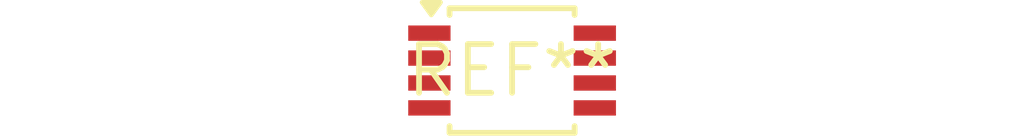
<source format=kicad_pcb>
(kicad_pcb (version 20240108) (generator pcbnew)
  (layers (0 "F.Cu" signal) (31 "B.Cu" signal) (34 "B.Paste" user) (35 "F.Paste" user) (36 "B.SilkS" user "B.Silkscreen") (37 "F.SilkS" user "F.Silkscreen") (38 "B.Mask" user) (39 "F.Mask" user) (44 "Edge.Cuts" user))
  (net 0 "")
  (footprint "TSSOP-8_3x3mm_P0.65mm" (layer "F.Cu") (at 0 0)
    (property "Reference" "REF**")
    (property "Value" "TSSOP-8_3x3mm_P0.65mm")
    (fp_line (start -1.625 -1.625) (end -1.625 -1.45) (layer "F.SilkS") (stroke (width 0.15)))
    (fp_line (start -1.625 -1.625) (end 1.625 -1.625) (layer "F.SilkS") (stroke (width 0.15)))
    (fp_line (start -1.625 1.45) (end -1.625 1.625) (layer "F.SilkS") (stroke (width 0.15)))
    (fp_line (start -1.625 1.625) (end 1.625 1.625) (layer "F.SilkS") (stroke (width 0.15)))
    (fp_line (start 1.625 -1.625) (end 1.625 -1.45) (layer "F.SilkS") (stroke (width 0.15)))
    (fp_line (start 1.625 1.45) (end 1.625 1.625) (layer "F.SilkS") (stroke (width 0.15)))
    (fp_poly (pts (xy -2.1 -1.45) (xy -2.34 -1.78) (xy -1.86 -1.78) (xy -2.1 -1.45)) (layer "F.SilkS") (stroke (width 0.12)) (fill solid))
    (pad "1" smd rect (at -2.15 -0.975) (size 1.1 0.4) (layers "F.Cu" "F.Paste" "F.Mask"))
    (pad "2" smd rect (at -2.15 -0.325) (size 1.1 0.4) (layers "F.Cu" "F.Paste" "F.Mask"))
    (pad "3" smd rect (at -2.15 0.325) (size 1.1 0.4) (layers "F.Cu" "F.Paste" "F.Mask"))
    (pad "4" smd rect (at -2.15 0.975) (size 1.1 0.4) (layers "F.Cu" "F.Paste" "F.Mask"))
    (pad "5" smd rect (at 2.15 0.975) (size 1.1 0.4) (layers "F.Cu" "F.Paste" "F.Mask"))
    (pad "6" smd rect (at 2.15 0.325) (size 1.1 0.4) (layers "F.Cu" "F.Paste" "F.Mask"))
    (pad "7" smd rect (at 2.15 -0.325) (size 1.1 0.4) (layers "F.Cu" "F.Paste" "F.Mask"))
    (pad "8" smd rect (at 2.15 -0.975) (size 1.1 0.4) (layers "F.Cu" "F.Paste" "F.Mask"))
  )
)
</source>
